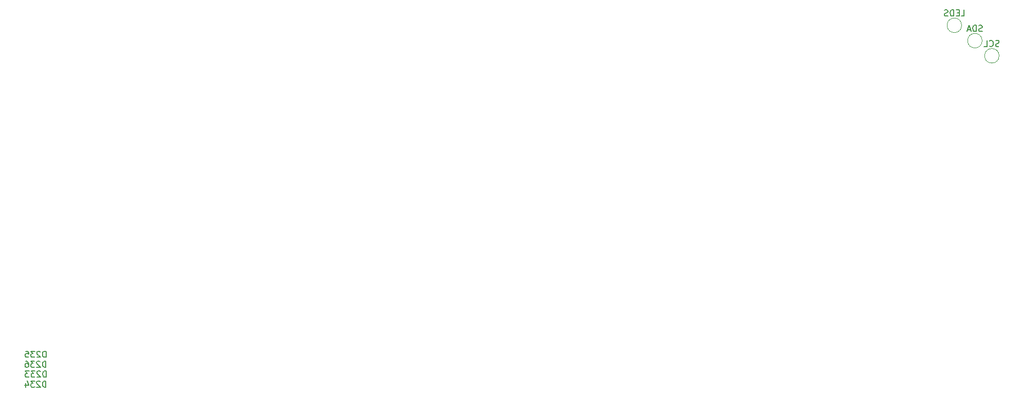
<source format=gbr>
%TF.GenerationSoftware,KiCad,Pcbnew,7.0.9*%
%TF.CreationDate,2024-01-05T23:33:25+01:00*%
%TF.ProjectId,ws2812-clock,77733238-3132-42d6-936c-6f636b2e6b69,rev?*%
%TF.SameCoordinates,Original*%
%TF.FileFunction,Legend,Bot*%
%TF.FilePolarity,Positive*%
%FSLAX46Y46*%
G04 Gerber Fmt 4.6, Leading zero omitted, Abs format (unit mm)*
G04 Created by KiCad (PCBNEW 7.0.9) date 2024-01-05 23:33:25*
%MOMM*%
%LPD*%
G01*
G04 APERTURE LIST*
%ADD10C,0.150000*%
%ADD11C,0.120000*%
%ADD12C,0.650000*%
%ADD13O,2.100000X1.000000*%
%ADD14O,1.800000X1.000000*%
%ADD15R,1.700000X1.700000*%
%ADD16O,1.700000X1.700000*%
%ADD17C,2.000000*%
%ADD18O,2.000000X4.600000*%
%ADD19O,4.600000X2.000000*%
G04 APERTURE END LIST*
D10*
X40179475Y-128524819D02*
X40179475Y-127524819D01*
X40179475Y-127524819D02*
X39941380Y-127524819D01*
X39941380Y-127524819D02*
X39798523Y-127572438D01*
X39798523Y-127572438D02*
X39703285Y-127667676D01*
X39703285Y-127667676D02*
X39655666Y-127762914D01*
X39655666Y-127762914D02*
X39608047Y-127953390D01*
X39608047Y-127953390D02*
X39608047Y-128096247D01*
X39608047Y-128096247D02*
X39655666Y-128286723D01*
X39655666Y-128286723D02*
X39703285Y-128381961D01*
X39703285Y-128381961D02*
X39798523Y-128477200D01*
X39798523Y-128477200D02*
X39941380Y-128524819D01*
X39941380Y-128524819D02*
X40179475Y-128524819D01*
X39227094Y-127620057D02*
X39179475Y-127572438D01*
X39179475Y-127572438D02*
X39084237Y-127524819D01*
X39084237Y-127524819D02*
X38846142Y-127524819D01*
X38846142Y-127524819D02*
X38750904Y-127572438D01*
X38750904Y-127572438D02*
X38703285Y-127620057D01*
X38703285Y-127620057D02*
X38655666Y-127715295D01*
X38655666Y-127715295D02*
X38655666Y-127810533D01*
X38655666Y-127810533D02*
X38703285Y-127953390D01*
X38703285Y-127953390D02*
X39274713Y-128524819D01*
X39274713Y-128524819D02*
X38655666Y-128524819D01*
X38322332Y-127524819D02*
X37703285Y-127524819D01*
X37703285Y-127524819D02*
X38036618Y-127905771D01*
X38036618Y-127905771D02*
X37893761Y-127905771D01*
X37893761Y-127905771D02*
X37798523Y-127953390D01*
X37798523Y-127953390D02*
X37750904Y-128001009D01*
X37750904Y-128001009D02*
X37703285Y-128096247D01*
X37703285Y-128096247D02*
X37703285Y-128334342D01*
X37703285Y-128334342D02*
X37750904Y-128429580D01*
X37750904Y-128429580D02*
X37798523Y-128477200D01*
X37798523Y-128477200D02*
X37893761Y-128524819D01*
X37893761Y-128524819D02*
X38179475Y-128524819D01*
X38179475Y-128524819D02*
X38274713Y-128477200D01*
X38274713Y-128477200D02*
X38322332Y-128429580D01*
X36798523Y-127524819D02*
X37274713Y-127524819D01*
X37274713Y-127524819D02*
X37322332Y-128001009D01*
X37322332Y-128001009D02*
X37274713Y-127953390D01*
X37274713Y-127953390D02*
X37179475Y-127905771D01*
X37179475Y-127905771D02*
X36941380Y-127905771D01*
X36941380Y-127905771D02*
X36846142Y-127953390D01*
X36846142Y-127953390D02*
X36798523Y-128001009D01*
X36798523Y-128001009D02*
X36750904Y-128096247D01*
X36750904Y-128096247D02*
X36750904Y-128334342D01*
X36750904Y-128334342D02*
X36798523Y-128429580D01*
X36798523Y-128429580D02*
X36846142Y-128477200D01*
X36846142Y-128477200D02*
X36941380Y-128524819D01*
X36941380Y-128524819D02*
X37179475Y-128524819D01*
X37179475Y-128524819D02*
X37274713Y-128477200D01*
X37274713Y-128477200D02*
X37322332Y-128429580D01*
X40169475Y-133454819D02*
X40169475Y-132454819D01*
X40169475Y-132454819D02*
X39931380Y-132454819D01*
X39931380Y-132454819D02*
X39788523Y-132502438D01*
X39788523Y-132502438D02*
X39693285Y-132597676D01*
X39693285Y-132597676D02*
X39645666Y-132692914D01*
X39645666Y-132692914D02*
X39598047Y-132883390D01*
X39598047Y-132883390D02*
X39598047Y-133026247D01*
X39598047Y-133026247D02*
X39645666Y-133216723D01*
X39645666Y-133216723D02*
X39693285Y-133311961D01*
X39693285Y-133311961D02*
X39788523Y-133407200D01*
X39788523Y-133407200D02*
X39931380Y-133454819D01*
X39931380Y-133454819D02*
X40169475Y-133454819D01*
X39217094Y-132550057D02*
X39169475Y-132502438D01*
X39169475Y-132502438D02*
X39074237Y-132454819D01*
X39074237Y-132454819D02*
X38836142Y-132454819D01*
X38836142Y-132454819D02*
X38740904Y-132502438D01*
X38740904Y-132502438D02*
X38693285Y-132550057D01*
X38693285Y-132550057D02*
X38645666Y-132645295D01*
X38645666Y-132645295D02*
X38645666Y-132740533D01*
X38645666Y-132740533D02*
X38693285Y-132883390D01*
X38693285Y-132883390D02*
X39264713Y-133454819D01*
X39264713Y-133454819D02*
X38645666Y-133454819D01*
X38312332Y-132454819D02*
X37693285Y-132454819D01*
X37693285Y-132454819D02*
X38026618Y-132835771D01*
X38026618Y-132835771D02*
X37883761Y-132835771D01*
X37883761Y-132835771D02*
X37788523Y-132883390D01*
X37788523Y-132883390D02*
X37740904Y-132931009D01*
X37740904Y-132931009D02*
X37693285Y-133026247D01*
X37693285Y-133026247D02*
X37693285Y-133264342D01*
X37693285Y-133264342D02*
X37740904Y-133359580D01*
X37740904Y-133359580D02*
X37788523Y-133407200D01*
X37788523Y-133407200D02*
X37883761Y-133454819D01*
X37883761Y-133454819D02*
X38169475Y-133454819D01*
X38169475Y-133454819D02*
X38264713Y-133407200D01*
X38264713Y-133407200D02*
X38312332Y-133359580D01*
X36836142Y-132788152D02*
X36836142Y-133454819D01*
X37074237Y-132407200D02*
X37312332Y-133121485D01*
X37312332Y-133121485D02*
X36693285Y-133121485D01*
X40159475Y-130164819D02*
X40159475Y-129164819D01*
X40159475Y-129164819D02*
X39921380Y-129164819D01*
X39921380Y-129164819D02*
X39778523Y-129212438D01*
X39778523Y-129212438D02*
X39683285Y-129307676D01*
X39683285Y-129307676D02*
X39635666Y-129402914D01*
X39635666Y-129402914D02*
X39588047Y-129593390D01*
X39588047Y-129593390D02*
X39588047Y-129736247D01*
X39588047Y-129736247D02*
X39635666Y-129926723D01*
X39635666Y-129926723D02*
X39683285Y-130021961D01*
X39683285Y-130021961D02*
X39778523Y-130117200D01*
X39778523Y-130117200D02*
X39921380Y-130164819D01*
X39921380Y-130164819D02*
X40159475Y-130164819D01*
X39207094Y-129260057D02*
X39159475Y-129212438D01*
X39159475Y-129212438D02*
X39064237Y-129164819D01*
X39064237Y-129164819D02*
X38826142Y-129164819D01*
X38826142Y-129164819D02*
X38730904Y-129212438D01*
X38730904Y-129212438D02*
X38683285Y-129260057D01*
X38683285Y-129260057D02*
X38635666Y-129355295D01*
X38635666Y-129355295D02*
X38635666Y-129450533D01*
X38635666Y-129450533D02*
X38683285Y-129593390D01*
X38683285Y-129593390D02*
X39254713Y-130164819D01*
X39254713Y-130164819D02*
X38635666Y-130164819D01*
X38302332Y-129164819D02*
X37683285Y-129164819D01*
X37683285Y-129164819D02*
X38016618Y-129545771D01*
X38016618Y-129545771D02*
X37873761Y-129545771D01*
X37873761Y-129545771D02*
X37778523Y-129593390D01*
X37778523Y-129593390D02*
X37730904Y-129641009D01*
X37730904Y-129641009D02*
X37683285Y-129736247D01*
X37683285Y-129736247D02*
X37683285Y-129974342D01*
X37683285Y-129974342D02*
X37730904Y-130069580D01*
X37730904Y-130069580D02*
X37778523Y-130117200D01*
X37778523Y-130117200D02*
X37873761Y-130164819D01*
X37873761Y-130164819D02*
X38159475Y-130164819D01*
X38159475Y-130164819D02*
X38254713Y-130117200D01*
X38254713Y-130117200D02*
X38302332Y-130069580D01*
X36826142Y-129164819D02*
X37016618Y-129164819D01*
X37016618Y-129164819D02*
X37111856Y-129212438D01*
X37111856Y-129212438D02*
X37159475Y-129260057D01*
X37159475Y-129260057D02*
X37254713Y-129402914D01*
X37254713Y-129402914D02*
X37302332Y-129593390D01*
X37302332Y-129593390D02*
X37302332Y-129974342D01*
X37302332Y-129974342D02*
X37254713Y-130069580D01*
X37254713Y-130069580D02*
X37207094Y-130117200D01*
X37207094Y-130117200D02*
X37111856Y-130164819D01*
X37111856Y-130164819D02*
X36921380Y-130164819D01*
X36921380Y-130164819D02*
X36826142Y-130117200D01*
X36826142Y-130117200D02*
X36778523Y-130069580D01*
X36778523Y-130069580D02*
X36730904Y-129974342D01*
X36730904Y-129974342D02*
X36730904Y-129736247D01*
X36730904Y-129736247D02*
X36778523Y-129641009D01*
X36778523Y-129641009D02*
X36826142Y-129593390D01*
X36826142Y-129593390D02*
X36921380Y-129545771D01*
X36921380Y-129545771D02*
X37111856Y-129545771D01*
X37111856Y-129545771D02*
X37207094Y-129593390D01*
X37207094Y-129593390D02*
X37254713Y-129641009D01*
X37254713Y-129641009D02*
X37302332Y-129736247D01*
X40200475Y-131805819D02*
X40200475Y-130805819D01*
X40200475Y-130805819D02*
X39962380Y-130805819D01*
X39962380Y-130805819D02*
X39819523Y-130853438D01*
X39819523Y-130853438D02*
X39724285Y-130948676D01*
X39724285Y-130948676D02*
X39676666Y-131043914D01*
X39676666Y-131043914D02*
X39629047Y-131234390D01*
X39629047Y-131234390D02*
X39629047Y-131377247D01*
X39629047Y-131377247D02*
X39676666Y-131567723D01*
X39676666Y-131567723D02*
X39724285Y-131662961D01*
X39724285Y-131662961D02*
X39819523Y-131758200D01*
X39819523Y-131758200D02*
X39962380Y-131805819D01*
X39962380Y-131805819D02*
X40200475Y-131805819D01*
X39248094Y-130901057D02*
X39200475Y-130853438D01*
X39200475Y-130853438D02*
X39105237Y-130805819D01*
X39105237Y-130805819D02*
X38867142Y-130805819D01*
X38867142Y-130805819D02*
X38771904Y-130853438D01*
X38771904Y-130853438D02*
X38724285Y-130901057D01*
X38724285Y-130901057D02*
X38676666Y-130996295D01*
X38676666Y-130996295D02*
X38676666Y-131091533D01*
X38676666Y-131091533D02*
X38724285Y-131234390D01*
X38724285Y-131234390D02*
X39295713Y-131805819D01*
X39295713Y-131805819D02*
X38676666Y-131805819D01*
X38343332Y-130805819D02*
X37724285Y-130805819D01*
X37724285Y-130805819D02*
X38057618Y-131186771D01*
X38057618Y-131186771D02*
X37914761Y-131186771D01*
X37914761Y-131186771D02*
X37819523Y-131234390D01*
X37819523Y-131234390D02*
X37771904Y-131282009D01*
X37771904Y-131282009D02*
X37724285Y-131377247D01*
X37724285Y-131377247D02*
X37724285Y-131615342D01*
X37724285Y-131615342D02*
X37771904Y-131710580D01*
X37771904Y-131710580D02*
X37819523Y-131758200D01*
X37819523Y-131758200D02*
X37914761Y-131805819D01*
X37914761Y-131805819D02*
X38200475Y-131805819D01*
X38200475Y-131805819D02*
X38295713Y-131758200D01*
X38295713Y-131758200D02*
X38343332Y-131710580D01*
X37390951Y-130805819D02*
X36771904Y-130805819D01*
X36771904Y-130805819D02*
X37105237Y-131186771D01*
X37105237Y-131186771D02*
X36962380Y-131186771D01*
X36962380Y-131186771D02*
X36867142Y-131234390D01*
X36867142Y-131234390D02*
X36819523Y-131282009D01*
X36819523Y-131282009D02*
X36771904Y-131377247D01*
X36771904Y-131377247D02*
X36771904Y-131615342D01*
X36771904Y-131615342D02*
X36819523Y-131710580D01*
X36819523Y-131710580D02*
X36867142Y-131758200D01*
X36867142Y-131758200D02*
X36962380Y-131805819D01*
X36962380Y-131805819D02*
X37248094Y-131805819D01*
X37248094Y-131805819D02*
X37343332Y-131758200D01*
X37343332Y-131758200D02*
X37390951Y-131710580D01*
X191139047Y-72116819D02*
X191615237Y-72116819D01*
X191615237Y-72116819D02*
X191615237Y-71116819D01*
X190805713Y-71593009D02*
X190472380Y-71593009D01*
X190329523Y-72116819D02*
X190805713Y-72116819D01*
X190805713Y-72116819D02*
X190805713Y-71116819D01*
X190805713Y-71116819D02*
X190329523Y-71116819D01*
X189900951Y-72116819D02*
X189900951Y-71116819D01*
X189900951Y-71116819D02*
X189662856Y-71116819D01*
X189662856Y-71116819D02*
X189519999Y-71164438D01*
X189519999Y-71164438D02*
X189424761Y-71259676D01*
X189424761Y-71259676D02*
X189377142Y-71354914D01*
X189377142Y-71354914D02*
X189329523Y-71545390D01*
X189329523Y-71545390D02*
X189329523Y-71688247D01*
X189329523Y-71688247D02*
X189377142Y-71878723D01*
X189377142Y-71878723D02*
X189424761Y-71973961D01*
X189424761Y-71973961D02*
X189519999Y-72069200D01*
X189519999Y-72069200D02*
X189662856Y-72116819D01*
X189662856Y-72116819D02*
X189900951Y-72116819D01*
X188948570Y-72069200D02*
X188805713Y-72116819D01*
X188805713Y-72116819D02*
X188567618Y-72116819D01*
X188567618Y-72116819D02*
X188472380Y-72069200D01*
X188472380Y-72069200D02*
X188424761Y-72021580D01*
X188424761Y-72021580D02*
X188377142Y-71926342D01*
X188377142Y-71926342D02*
X188377142Y-71831104D01*
X188377142Y-71831104D02*
X188424761Y-71735866D01*
X188424761Y-71735866D02*
X188472380Y-71688247D01*
X188472380Y-71688247D02*
X188567618Y-71640628D01*
X188567618Y-71640628D02*
X188758094Y-71593009D01*
X188758094Y-71593009D02*
X188853332Y-71545390D01*
X188853332Y-71545390D02*
X188900951Y-71497771D01*
X188900951Y-71497771D02*
X188948570Y-71402533D01*
X188948570Y-71402533D02*
X188948570Y-71307295D01*
X188948570Y-71307295D02*
X188900951Y-71212057D01*
X188900951Y-71212057D02*
X188853332Y-71164438D01*
X188853332Y-71164438D02*
X188758094Y-71116819D01*
X188758094Y-71116819D02*
X188519999Y-71116819D01*
X188519999Y-71116819D02*
X188377142Y-71164438D01*
X194614285Y-74609200D02*
X194471428Y-74656819D01*
X194471428Y-74656819D02*
X194233333Y-74656819D01*
X194233333Y-74656819D02*
X194138095Y-74609200D01*
X194138095Y-74609200D02*
X194090476Y-74561580D01*
X194090476Y-74561580D02*
X194042857Y-74466342D01*
X194042857Y-74466342D02*
X194042857Y-74371104D01*
X194042857Y-74371104D02*
X194090476Y-74275866D01*
X194090476Y-74275866D02*
X194138095Y-74228247D01*
X194138095Y-74228247D02*
X194233333Y-74180628D01*
X194233333Y-74180628D02*
X194423809Y-74133009D01*
X194423809Y-74133009D02*
X194519047Y-74085390D01*
X194519047Y-74085390D02*
X194566666Y-74037771D01*
X194566666Y-74037771D02*
X194614285Y-73942533D01*
X194614285Y-73942533D02*
X194614285Y-73847295D01*
X194614285Y-73847295D02*
X194566666Y-73752057D01*
X194566666Y-73752057D02*
X194519047Y-73704438D01*
X194519047Y-73704438D02*
X194423809Y-73656819D01*
X194423809Y-73656819D02*
X194185714Y-73656819D01*
X194185714Y-73656819D02*
X194042857Y-73704438D01*
X193614285Y-74656819D02*
X193614285Y-73656819D01*
X193614285Y-73656819D02*
X193376190Y-73656819D01*
X193376190Y-73656819D02*
X193233333Y-73704438D01*
X193233333Y-73704438D02*
X193138095Y-73799676D01*
X193138095Y-73799676D02*
X193090476Y-73894914D01*
X193090476Y-73894914D02*
X193042857Y-74085390D01*
X193042857Y-74085390D02*
X193042857Y-74228247D01*
X193042857Y-74228247D02*
X193090476Y-74418723D01*
X193090476Y-74418723D02*
X193138095Y-74513961D01*
X193138095Y-74513961D02*
X193233333Y-74609200D01*
X193233333Y-74609200D02*
X193376190Y-74656819D01*
X193376190Y-74656819D02*
X193614285Y-74656819D01*
X192661904Y-74371104D02*
X192185714Y-74371104D01*
X192757142Y-74656819D02*
X192423809Y-73656819D01*
X192423809Y-73656819D02*
X192090476Y-74656819D01*
X197390475Y-77109200D02*
X197247618Y-77156819D01*
X197247618Y-77156819D02*
X197009523Y-77156819D01*
X197009523Y-77156819D02*
X196914285Y-77109200D01*
X196914285Y-77109200D02*
X196866666Y-77061580D01*
X196866666Y-77061580D02*
X196819047Y-76966342D01*
X196819047Y-76966342D02*
X196819047Y-76871104D01*
X196819047Y-76871104D02*
X196866666Y-76775866D01*
X196866666Y-76775866D02*
X196914285Y-76728247D01*
X196914285Y-76728247D02*
X197009523Y-76680628D01*
X197009523Y-76680628D02*
X197199999Y-76633009D01*
X197199999Y-76633009D02*
X197295237Y-76585390D01*
X197295237Y-76585390D02*
X197342856Y-76537771D01*
X197342856Y-76537771D02*
X197390475Y-76442533D01*
X197390475Y-76442533D02*
X197390475Y-76347295D01*
X197390475Y-76347295D02*
X197342856Y-76252057D01*
X197342856Y-76252057D02*
X197295237Y-76204438D01*
X197295237Y-76204438D02*
X197199999Y-76156819D01*
X197199999Y-76156819D02*
X196961904Y-76156819D01*
X196961904Y-76156819D02*
X196819047Y-76204438D01*
X195819047Y-77061580D02*
X195866666Y-77109200D01*
X195866666Y-77109200D02*
X196009523Y-77156819D01*
X196009523Y-77156819D02*
X196104761Y-77156819D01*
X196104761Y-77156819D02*
X196247618Y-77109200D01*
X196247618Y-77109200D02*
X196342856Y-77013961D01*
X196342856Y-77013961D02*
X196390475Y-76918723D01*
X196390475Y-76918723D02*
X196438094Y-76728247D01*
X196438094Y-76728247D02*
X196438094Y-76585390D01*
X196438094Y-76585390D02*
X196390475Y-76394914D01*
X196390475Y-76394914D02*
X196342856Y-76299676D01*
X196342856Y-76299676D02*
X196247618Y-76204438D01*
X196247618Y-76204438D02*
X196104761Y-76156819D01*
X196104761Y-76156819D02*
X196009523Y-76156819D01*
X196009523Y-76156819D02*
X195866666Y-76204438D01*
X195866666Y-76204438D02*
X195819047Y-76252057D01*
X194914285Y-77156819D02*
X195390475Y-77156819D01*
X195390475Y-77156819D02*
X195390475Y-76156819D01*
D11*
%TO.C,LEDS*%
X191220000Y-73660000D02*
G75*
G03*
X191220000Y-73660000I-1200000J0D01*
G01*
%TO.C,SDA*%
X194600000Y-76200000D02*
G75*
G03*
X194600000Y-76200000I-1200000J0D01*
G01*
%TO.C,SCL*%
X197400000Y-78700000D02*
G75*
G03*
X197400000Y-78700000I-1200000J0D01*
G01*
%TD*%
%LPC*%
D12*
%TO.C,USBC1*%
X31457500Y-162265000D03*
X31457500Y-168045000D03*
D13*
X31957500Y-160835000D03*
D14*
X27777500Y-160835000D03*
X27777500Y-169475000D03*
D13*
X31957500Y-169475000D03*
%TD*%
D15*
%TO.C,J2*%
X206880000Y-96770000D03*
D16*
X206880000Y-94230000D03*
X206880000Y-91690000D03*
X206880000Y-89150000D03*
%TD*%
D17*
%TO.C,J1*%
X28350000Y-186200000D03*
%TD*%
D18*
%TO.C,DC1*%
X38950000Y-176400000D03*
X32750000Y-176400000D03*
D19*
X35950000Y-181100000D03*
%TD*%
D17*
%TO.C,LEDS*%
X190020000Y-73660000D03*
%TD*%
%TO.C,SDA*%
X193400000Y-76200000D03*
%TD*%
%TO.C,SCL*%
X196200000Y-78700000D03*
%TD*%
%LPD*%
M02*

</source>
